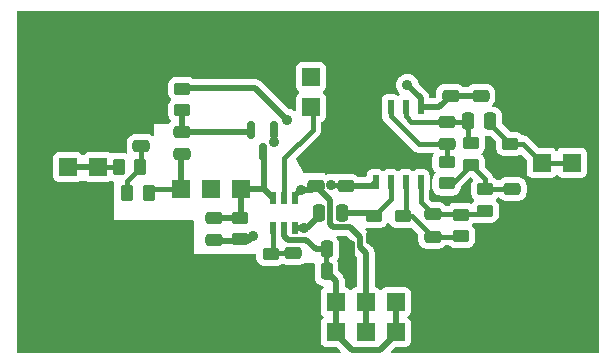
<source format=gbr>
%TF.GenerationSoftware,KiCad,Pcbnew,6.0.11+dfsg-1~bpo11+1*%
%TF.CreationDate,2023-05-28T00:39:37+00:00*%
%TF.ProjectId,PCRD01,50435244-3031-42e6-9b69-6361645f7063,01A*%
%TF.SameCoordinates,Original*%
%TF.FileFunction,Copper,L2,Bot*%
%TF.FilePolarity,Positive*%
%FSLAX46Y46*%
G04 Gerber Fmt 4.6, Leading zero omitted, Abs format (unit mm)*
G04 Created by KiCad (PCBNEW 6.0.11+dfsg-1~bpo11+1) date 2023-05-28 00:39:37*
%MOMM*%
%LPD*%
G01*
G04 APERTURE LIST*
G04 Aperture macros list*
%AMRoundRect*
0 Rectangle with rounded corners*
0 $1 Rounding radius*
0 $2 $3 $4 $5 $6 $7 $8 $9 X,Y pos of 4 corners*
0 Add a 4 corners polygon primitive as box body*
4,1,4,$2,$3,$4,$5,$6,$7,$8,$9,$2,$3,0*
0 Add four circle primitives for the rounded corners*
1,1,$1+$1,$2,$3*
1,1,$1+$1,$4,$5*
1,1,$1+$1,$6,$7*
1,1,$1+$1,$8,$9*
0 Add four rect primitives between the rounded corners*
20,1,$1+$1,$2,$3,$4,$5,0*
20,1,$1+$1,$4,$5,$6,$7,0*
20,1,$1+$1,$6,$7,$8,$9,0*
20,1,$1+$1,$8,$9,$2,$3,0*%
G04 Aperture macros list end*
%TA.AperFunction,ComponentPad*%
%ADD10R,1.524000X1.524000*%
%TD*%
%TA.AperFunction,ComponentPad*%
%ADD11C,6.000000*%
%TD*%
%TA.AperFunction,SMDPad,CuDef*%
%ADD12RoundRect,0.250000X-0.475000X0.250000X-0.475000X-0.250000X0.475000X-0.250000X0.475000X0.250000X0*%
%TD*%
%TA.AperFunction,SMDPad,CuDef*%
%ADD13RoundRect,0.250000X0.475000X-0.250000X0.475000X0.250000X-0.475000X0.250000X-0.475000X-0.250000X0*%
%TD*%
%TA.AperFunction,SMDPad,CuDef*%
%ADD14RoundRect,0.250000X-0.250000X-0.475000X0.250000X-0.475000X0.250000X0.475000X-0.250000X0.475000X0*%
%TD*%
%TA.AperFunction,SMDPad,CuDef*%
%ADD15RoundRect,0.250000X0.450000X-0.262500X0.450000X0.262500X-0.450000X0.262500X-0.450000X-0.262500X0*%
%TD*%
%TA.AperFunction,SMDPad,CuDef*%
%ADD16RoundRect,0.250000X0.262500X0.450000X-0.262500X0.450000X-0.262500X-0.450000X0.262500X-0.450000X0*%
%TD*%
%TA.AperFunction,SMDPad,CuDef*%
%ADD17RoundRect,0.250000X-0.450000X0.262500X-0.450000X-0.262500X0.450000X-0.262500X0.450000X0.262500X0*%
%TD*%
%TA.AperFunction,SMDPad,CuDef*%
%ADD18RoundRect,0.250000X0.250000X0.475000X-0.250000X0.475000X-0.250000X-0.475000X0.250000X-0.475000X0*%
%TD*%
%TA.AperFunction,SMDPad,CuDef*%
%ADD19R,0.508000X1.143000*%
%TD*%
%TA.AperFunction,SMDPad,CuDef*%
%ADD20R,0.500000X1.000760*%
%TD*%
%TA.AperFunction,SMDPad,CuDef*%
%ADD21R,0.501040X1.000760*%
%TD*%
%TA.AperFunction,SMDPad,CuDef*%
%ADD22RoundRect,0.150000X-0.150000X0.587500X-0.150000X-0.587500X0.150000X-0.587500X0.150000X0.587500X0*%
%TD*%
%TA.AperFunction,ViaPad*%
%ADD23C,0.889000*%
%TD*%
%TA.AperFunction,Conductor*%
%ADD24C,0.500000*%
%TD*%
%TA.AperFunction,Conductor*%
%ADD25C,0.400000*%
%TD*%
G04 APERTURE END LIST*
D10*
%TO.P,J1,1*%
%TO.N,GND*%
X2540000Y8890000D03*
%TO.P,J1,2*%
X0Y8890000D03*
%TO.P,J1,3*%
%TO.N,/+Ubias*%
X2540000Y11430000D03*
%TO.P,J1,4*%
X0Y11430000D03*
%TO.P,J1,5*%
%TO.N,GND*%
X2540000Y13970000D03*
%TO.P,J1,6*%
X0Y13970000D03*
%TD*%
%TO.P,J2,1*%
%TO.N,GND*%
X30276800Y0D03*
%TO.P,J2,2*%
X30276800Y-2540000D03*
%TO.P,J2,3*%
%TO.N,V-*%
X27736800Y0D03*
%TO.P,J2,4*%
X27736800Y-2540000D03*
%TO.P,J2,5*%
%TO.N,V+*%
X25196800Y0D03*
%TO.P,J2,6*%
X25196800Y-2540000D03*
%TO.P,J2,7*%
%TO.N,V-*%
X22656800Y0D03*
%TO.P,J2,8*%
X22656800Y-2540000D03*
%TO.P,J2,9*%
%TO.N,GND*%
X20116800Y0D03*
%TO.P,J2,10*%
X20116800Y-2540000D03*
%TD*%
%TO.P,J5,1*%
%TO.N,GND*%
X42646600Y9245600D03*
%TO.P,J5,2*%
X40106600Y9245600D03*
%TO.P,J5,3*%
%TO.N,Net-(C14-Pad2)*%
X42646600Y11785600D03*
%TO.P,J5,4*%
X40106600Y11785600D03*
%TO.P,J5,5*%
%TO.N,GND*%
X42646600Y14325600D03*
%TO.P,J5,6*%
X40106600Y14325600D03*
%TD*%
D11*
%TO.P,P4,1,P1*%
%TO.N,GND*%
X0Y0D03*
%TD*%
%TO.P,P3,1,P1*%
%TO.N,GND*%
X0Y20320000D03*
%TD*%
%TO.P,P1,1,P1*%
%TO.N,GND*%
X40640000Y0D03*
%TD*%
%TO.P,P2,1,P1*%
%TO.N,GND*%
X40640000Y20320000D03*
%TD*%
D10*
%TO.P,J4,1,P1*%
%TO.N,/#SHDN*%
X20574000Y16510000D03*
%TO.P,J4,2,PM*%
%TO.N,V+*%
X20574000Y19050000D03*
%TD*%
D12*
%TO.P,C1,1*%
%TO.N,Net-(C1-Pad1)*%
X9652000Y14412000D03*
%TO.P,C1,2*%
%TO.N,/K*%
X9652000Y12512000D03*
%TD*%
%TO.P,C2,1*%
%TO.N,Net-(C2-Pad1)*%
X19050000Y4125000D03*
%TO.P,C2,2*%
%TO.N,GND*%
X19050000Y2225000D03*
%TD*%
D13*
%TO.P,C3,1*%
%TO.N,V+*%
X20955000Y9845000D03*
%TO.P,C3,2*%
%TO.N,GND*%
X20955000Y11745000D03*
%TD*%
%TO.P,C5,1*%
%TO.N,V+*%
X34925000Y17465000D03*
%TO.P,C5,2*%
%TO.N,GND*%
X34925000Y19365000D03*
%TD*%
%TO.P,C6,1*%
%TO.N,V+*%
X32385000Y17465000D03*
%TO.P,C6,2*%
%TO.N,GND*%
X32385000Y19365000D03*
%TD*%
D14*
%TO.P,C10,1*%
%TO.N,V-*%
X21884600Y2590800D03*
%TO.P,C10,2*%
%TO.N,GND*%
X23784600Y2590800D03*
%TD*%
D13*
%TO.P,C12,1*%
%TO.N,GND*%
X37592000Y7686000D03*
%TO.P,C12,2*%
%TO.N,Net-(C12-Pad2)*%
X37592000Y9586000D03*
%TD*%
D14*
%TO.P,C14,1*%
%TO.N,Net-(C13-Pad2)*%
X33848000Y15290800D03*
%TO.P,C14,2*%
%TO.N,Net-(C14-Pad2)*%
X35748000Y15290800D03*
%TD*%
D15*
%TO.P,R1,1*%
%TO.N,Net-(C1-Pad1)*%
X9652000Y16232500D03*
%TO.P,R1,2*%
%TO.N,V-*%
X9652000Y18057500D03*
%TD*%
D16*
%TO.P,R2,1*%
%TO.N,Net-(C15-Pad1)*%
X6106800Y11430000D03*
%TO.P,R2,2*%
%TO.N,/+Ubias*%
X4281800Y11430000D03*
%TD*%
D15*
%TO.P,R5,1*%
%TO.N,GND*%
X25908000Y5437500D03*
%TO.P,R5,2*%
%TO.N,Net-(C8-Pad1)*%
X25908000Y7262500D03*
%TD*%
%TO.P,R6,1*%
%TO.N,Net-(C11-Pad1)*%
X33274000Y5564500D03*
%TO.P,R6,2*%
%TO.N,Net-(C11-Pad2)*%
X33274000Y7389500D03*
%TD*%
%TO.P,R7,1*%
%TO.N,GND*%
X28321000Y5437500D03*
%TO.P,R7,2*%
%TO.N,Net-(C11-Pad1)*%
X28321000Y7262500D03*
%TD*%
%TO.P,R8,1*%
%TO.N,Net-(C11-Pad2)*%
X35306000Y7723500D03*
%TO.P,R8,2*%
%TO.N,Net-(C12-Pad2)*%
X35306000Y9548500D03*
%TD*%
%TO.P,R9,1*%
%TO.N,Net-(C12-Pad2)*%
X32054800Y10034900D03*
%TO.P,R9,2*%
%TO.N,Net-(C13-Pad1)*%
X32054800Y11859900D03*
%TD*%
D17*
%TO.P,R11,1*%
%TO.N,Net-(C14-Pad2)*%
X37439600Y13358500D03*
%TO.P,R11,2*%
%TO.N,GND*%
X37439600Y11533500D03*
%TD*%
D13*
%TO.P,C11,1*%
%TO.N,Net-(C11-Pad1)*%
X30861000Y5527000D03*
%TO.P,C11,2*%
%TO.N,Net-(C11-Pad2)*%
X30861000Y7427000D03*
%TD*%
%TO.P,C4,1*%
%TO.N,Net-(C4-Pad1)*%
X12369569Y5213931D03*
%TO.P,C4,2*%
%TO.N,/A*%
X12369569Y7113931D03*
%TD*%
D10*
%TO.P,J3,1*%
%TO.N,/K*%
X9525000Y9525000D03*
%TO.P,J3,2*%
%TO.N,GND*%
X12065000Y9525000D03*
%TO.P,J3,3*%
%TO.N,/A*%
X14605000Y9525000D03*
%TD*%
D13*
%TO.P,C9,1*%
%TO.N,V-*%
X23495000Y9845000D03*
%TO.P,C9,2*%
%TO.N,GND*%
X23495000Y11745000D03*
%TD*%
D18*
%TO.P,C8,1*%
%TO.N,Net-(C8-Pad1)*%
X23175000Y7493000D03*
%TO.P,C8,2*%
%TO.N,Net-(C4-Pad1)*%
X21275000Y7493000D03*
%TD*%
D13*
%TO.P,C13,1*%
%TO.N,Net-(C13-Pad1)*%
X32054800Y13350200D03*
%TO.P,C13,2*%
%TO.N,Net-(C13-Pad2)*%
X32054800Y15250200D03*
%TD*%
D15*
%TO.P,R10,1*%
%TO.N,Net-(C12-Pad2)*%
X34086800Y11635100D03*
%TO.P,R10,2*%
%TO.N,Net-(C13-Pad2)*%
X34086800Y13460100D03*
%TD*%
D14*
%TO.P,C7,1*%
%TO.N,V-*%
X21910000Y4445000D03*
%TO.P,C7,2*%
%TO.N,GND*%
X23810000Y4445000D03*
%TD*%
D19*
%TO.P,U2,1*%
%TO.N,Net-(C11-Pad2)*%
X29845000Y10160000D03*
%TO.P,U2,2,-*%
%TO.N,Net-(C11-Pad1)*%
X28575000Y10160000D03*
%TO.P,U2,3,+*%
%TO.N,Net-(C8-Pad1)*%
X27305000Y10160000D03*
%TO.P,U2,4,V-*%
%TO.N,V-*%
X26035000Y10160000D03*
%TO.P,U2,5,+*%
%TO.N,GND*%
X26035000Y16510000D03*
%TO.P,U2,6,-*%
%TO.N,Net-(C13-Pad1)*%
X27305000Y16510000D03*
%TO.P,U2,7*%
%TO.N,Net-(C13-Pad2)*%
X28575000Y16510000D03*
%TO.P,U2,8,V+*%
%TO.N,V+*%
X29845000Y16510000D03*
%TD*%
D20*
%TO.P,U1,1*%
%TO.N,Net-(C4-Pad1)*%
X19240500Y6223000D03*
%TO.P,U1,2,V-*%
%TO.N,V-*%
X18288000Y6223000D03*
%TO.P,U1,3,+*%
%TO.N,Net-(C2-Pad1)*%
X17335500Y6223000D03*
D21*
%TO.P,U1,4,-*%
%TO.N,/A*%
X17335500Y8763000D03*
D20*
%TO.P,U1,5,#SHDN*%
%TO.N,/#SHDN*%
X18288000Y8763000D03*
%TO.P,U1,6,V+*%
%TO.N,V+*%
X19240500Y8763000D03*
%TD*%
D15*
%TO.P,R3,1*%
%TO.N,GND*%
X17145000Y2262500D03*
%TO.P,R3,2*%
%TO.N,Net-(C2-Pad1)*%
X17145000Y4087500D03*
%TD*%
D22*
%TO.P,Q1,1,S*%
%TO.N,Net-(C1-Pad1)*%
X15532000Y14536500D03*
%TO.P,Q1,2,D*%
%TO.N,V+*%
X17432000Y14536500D03*
%TO.P,Q1,3,G*%
%TO.N,/A*%
X16482000Y12661500D03*
%TD*%
D15*
%TO.P,R4,1*%
%TO.N,Net-(C4-Pad1)*%
X14592569Y5306431D03*
%TO.P,R4,2*%
%TO.N,/A*%
X14592569Y7131431D03*
%TD*%
D16*
%TO.P,R12,1*%
%TO.N,/K*%
X6817500Y9212500D03*
%TO.P,R12,2*%
%TO.N,Net-(C15-Pad1)*%
X4992500Y9212500D03*
%TD*%
D13*
%TO.P,C15,1*%
%TO.N,Net-(C15-Pad1)*%
X6197600Y13185100D03*
%TO.P,C15,2*%
%TO.N,GND*%
X6197600Y15085100D03*
%TD*%
D23*
%TO.N,GND*%
X24739600Y16510000D03*
X17043400Y22402800D03*
X32766000Y21818600D03*
X27762200Y22301200D03*
X24765000Y13970000D03*
X21996400Y13208000D03*
X23266400Y3454400D03*
X-2184400Y15900400D03*
X-2184400Y4826000D03*
X28600400Y12242800D03*
X33375600Y3733800D03*
X1282000Y4999000D03*
X37033200Y5105400D03*
X27495500Y3238500D03*
X23037800Y22199600D03*
X12217400Y22834600D03*
X4292600Y18516600D03*
%TO.N,V+*%
X19690447Y9519689D03*
X17449800Y13538200D03*
X28732000Y18349000D03*
%TO.N,Net-(C4-Pad1)*%
X19939000Y6235700D03*
X15646931Y5584069D03*
%TO.N,V-*%
X21920200Y4432300D03*
X22298002Y9906000D03*
X18521400Y15438400D03*
%TD*%
D24*
%TO.N,Net-(C1-Pad1)*%
X9652000Y14414500D02*
X15557500Y14414500D01*
X9652000Y14414500D02*
X9652000Y16192500D01*
D25*
%TO.N,Net-(C2-Pad1)*%
X17332000Y6219500D02*
X17335500Y6223000D01*
X19050000Y4127500D02*
X17145000Y4127500D01*
X17332000Y4314500D02*
X17332000Y6219500D01*
%TO.N,GND*%
X25908000Y5397500D02*
X26162000Y5397500D01*
D24*
%TO.N,V+*%
X25196800Y4124960D02*
X24707001Y4614759D01*
X34925000Y17462500D02*
X32385000Y17462500D01*
X17449800Y13538200D02*
X17449800Y14518700D01*
X29845000Y16510000D02*
X31432500Y16510000D01*
X25196800Y0D02*
X25196800Y4124960D01*
X22167001Y6575639D02*
X22167001Y8630499D01*
X28732000Y18349000D02*
X29845000Y17236000D01*
D25*
X19240500Y8763000D02*
X19240500Y8826500D01*
D24*
X19240500Y9069742D02*
X19690447Y9519689D01*
X29845000Y17236000D02*
X29845000Y16510000D01*
X19240500Y8763000D02*
X19240500Y9069742D01*
X22398141Y6344499D02*
X22167001Y6575639D01*
X31432500Y16510000D02*
X32385000Y17462500D01*
X20632189Y9519689D02*
X20955000Y9842500D01*
X19690447Y9519689D02*
X20632189Y9519689D01*
X24707001Y5503501D02*
X23866003Y6344499D01*
X17454500Y13538200D02*
X17449800Y13538200D01*
X17449800Y14518700D02*
X17432000Y14536500D01*
X17462500Y13530200D02*
X17454500Y13538200D01*
X24707001Y4614759D02*
X24707001Y5503501D01*
X25196800Y-2540000D02*
X25196800Y0D01*
X23866003Y6344499D02*
X22398141Y6344499D01*
X22167001Y8630499D02*
X20955000Y9842500D01*
%TO.N,Net-(C4-Pad1)*%
X21272500Y7239000D02*
X20269200Y6235700D01*
X19310383Y6235700D02*
X19939000Y6235700D01*
X15646931Y5584069D02*
X15261862Y5199000D01*
X20269200Y6235700D02*
X19939000Y6235700D01*
X15261862Y5199000D02*
X12382000Y5199000D01*
X19240500Y6223000D02*
X19253200Y6235700D01*
X19253200Y6235700D02*
X19310383Y6235700D01*
X21272500Y7493000D02*
X21272500Y7239000D01*
%TO.N,V-*%
X18521400Y15438400D02*
X15862300Y18097500D01*
X18630499Y5272619D02*
X20135381Y5272619D01*
X27736800Y-2746200D02*
X26432000Y-4051000D01*
D25*
X22298002Y9906000D02*
X23431500Y9906000D01*
X21882100Y4419600D02*
X21907500Y4445000D01*
D24*
X26432000Y-4051000D02*
X24032000Y-4051000D01*
D25*
X21882100Y2590800D02*
X21882100Y4419600D01*
D24*
X25717500Y9842500D02*
X26035000Y10160000D01*
X20135381Y5272619D02*
X20963000Y4445000D01*
X22656800Y0D02*
X22656800Y-2540000D01*
X18288000Y5615118D02*
X18630499Y5272619D01*
X27736800Y-2540000D02*
X27736800Y0D01*
X23495000Y9842500D02*
X25717500Y9842500D01*
X21907500Y4445000D02*
X20963000Y4445000D01*
X18288000Y6223000D02*
X18288000Y5615118D01*
X24032000Y-4051000D02*
X22656800Y-2675800D01*
X22656800Y0D02*
X22656800Y1816100D01*
X15862300Y18097500D02*
X9652000Y18097500D01*
D25*
X21907500Y4445000D02*
X21920200Y4432300D01*
D24*
X22656800Y1816100D02*
X21882100Y2590800D01*
D25*
%TO.N,Net-(C8-Pad1)*%
X25908000Y7302500D02*
X27305000Y8699500D01*
D24*
X23177500Y7493000D02*
X25717500Y7493000D01*
D25*
X27305000Y8699500D02*
X27305000Y10381000D01*
D24*
X25717500Y7493000D02*
X25908000Y7302500D01*
D25*
%TO.N,Net-(C11-Pad1)*%
X29083000Y7302500D02*
X30861000Y5524500D01*
X28575000Y10381000D02*
X28575000Y7556500D01*
X28575000Y7556500D02*
X28321000Y7302500D01*
X28321000Y7302500D02*
X29083000Y7302500D01*
X30861000Y5524500D02*
X33274000Y5524500D01*
%TO.N,Net-(C11-Pad2)*%
X35052000Y7429500D02*
X35306000Y7683500D01*
X33274000Y7429500D02*
X35052000Y7429500D01*
X29845000Y8445500D02*
X30861000Y7429500D01*
X29845000Y10381000D02*
X29845000Y8445500D01*
X30861000Y7429500D02*
X33274000Y7429500D01*
%TO.N,Net-(C12-Pad2)*%
X37592000Y9588500D02*
X35306000Y9588500D01*
X35306000Y9588500D02*
X35306000Y10375900D01*
X35306000Y10375900D02*
X34086800Y11595100D01*
X32486600Y9994900D02*
X34086800Y11595100D01*
X32054800Y9994900D02*
X32486600Y9994900D01*
%TO.N,Net-(C13-Pad1)*%
X32054800Y11899900D02*
X32054800Y13347700D01*
X29683300Y13347700D02*
X27305000Y15726000D01*
X27305000Y15726000D02*
X27305000Y16510000D01*
X32054800Y13347700D02*
X29683300Y13347700D01*
%TO.N,Net-(C13-Pad2)*%
X28575000Y15756000D02*
X29078300Y15252700D01*
X33845500Y13741400D02*
X34086800Y13500100D01*
X32054800Y15252700D02*
X33807400Y15252700D01*
X28575000Y16510000D02*
X28575000Y15756000D01*
X33807400Y15252700D02*
X33845500Y15290800D01*
X33845500Y15290800D02*
X33845500Y13741400D01*
X29078300Y15252700D02*
X32054800Y15252700D01*
%TO.N,Net-(C14-Pad2)*%
X40106600Y11785600D02*
X42646600Y11785600D01*
X35750500Y15290800D02*
X35750500Y15087600D01*
X37439600Y13398500D02*
X38493700Y13398500D01*
X38493700Y13398500D02*
X40106600Y11785600D01*
X35750500Y15087600D02*
X37439600Y13398500D01*
%TO.N,/#SHDN*%
X18288000Y8763000D02*
X18288000Y12171498D01*
X18288000Y12171498D02*
X20701000Y14584498D01*
X20701000Y15284500D02*
X20701000Y16510000D01*
X20701000Y14584498D02*
X20701000Y15284500D01*
%TO.N,/+Ubias*%
X4241800Y11430000D02*
X2540000Y11430000D01*
D24*
X0Y11430000D02*
X2540000Y11430000D01*
%TO.N,/K*%
X9525000Y12382500D02*
X9652000Y12509500D01*
X9525000Y9525000D02*
X9525000Y11484490D01*
D25*
X7175500Y9525000D02*
X9525000Y9525000D01*
D24*
X9525000Y11484490D02*
X9525000Y12382500D01*
%TO.N,/A*%
X16573500Y9525000D02*
X14605000Y9525000D01*
X14537569Y7116431D02*
X12369569Y7116431D01*
X14605000Y7556500D02*
X14550000Y7501500D01*
X16573500Y9525000D02*
X16573500Y12570000D01*
X14605000Y7556500D02*
X14605000Y9525000D01*
X17335500Y8763000D02*
X16573500Y9525000D01*
D25*
%TO.N,Net-(C15-Pad1)*%
X4952500Y10235700D02*
X6146800Y11430000D01*
X6197600Y11480800D02*
X6146800Y11430000D01*
X6197600Y13182600D02*
X6197600Y11480800D01*
X4952500Y9212500D02*
X4952500Y10235700D01*
%TD*%
%TA.AperFunction,Conductor*%
%TO.N,GND*%
G36*
X44916691Y24618593D02*
G01*
X44952655Y24569093D01*
X44957500Y24538500D01*
X44957500Y-4218500D01*
X44938593Y-4276691D01*
X44889093Y-4312655D01*
X44858500Y-4317500D01*
X27477189Y-4317500D01*
X27418998Y-4298593D01*
X27383034Y-4249093D01*
X27383034Y-4187907D01*
X27407185Y-4148496D01*
X27716185Y-3839496D01*
X27770702Y-3811719D01*
X27786189Y-3810500D01*
X28546934Y-3810500D01*
X28566963Y-3808324D01*
X28602942Y-3804416D01*
X28602944Y-3804415D01*
X28609116Y-3803745D01*
X28745505Y-3752615D01*
X28862061Y-3665261D01*
X28949415Y-3548705D01*
X29000545Y-3412316D01*
X29007300Y-3350134D01*
X29007300Y-1729866D01*
X29000545Y-1667684D01*
X28949415Y-1531295D01*
X28862061Y-1414739D01*
X28856417Y-1410509D01*
X28856413Y-1410505D01*
X28774641Y-1349220D01*
X28739416Y-1299192D01*
X28740324Y-1238014D01*
X28774641Y-1190780D01*
X28856413Y-1129495D01*
X28856417Y-1129491D01*
X28862061Y-1125261D01*
X28949415Y-1008705D01*
X29000545Y-872316D01*
X29007300Y-810134D01*
X29007300Y810134D01*
X29000545Y872316D01*
X28949415Y1008705D01*
X28862061Y1125261D01*
X28745505Y1212615D01*
X28721965Y1221440D01*
X28614931Y1261565D01*
X28609116Y1263745D01*
X28602944Y1264415D01*
X28602942Y1264416D01*
X28566963Y1268324D01*
X28546934Y1270500D01*
X26926666Y1270500D01*
X26906637Y1268324D01*
X26870658Y1264416D01*
X26870656Y1264415D01*
X26864484Y1263745D01*
X26858669Y1261565D01*
X26751636Y1221440D01*
X26728095Y1212615D01*
X26611539Y1125261D01*
X26607309Y1119617D01*
X26607305Y1119613D01*
X26546020Y1037841D01*
X26495992Y1002616D01*
X26434814Y1003524D01*
X26387580Y1037841D01*
X26326295Y1119613D01*
X26326291Y1119617D01*
X26322061Y1125261D01*
X26205505Y1212615D01*
X26181965Y1221440D01*
X26074931Y1261565D01*
X26069116Y1263745D01*
X26062944Y1264415D01*
X26062942Y1264416D01*
X26043608Y1266516D01*
X25987800Y1291597D01*
X25957392Y1344692D01*
X25955300Y1364937D01*
X25955300Y4059939D01*
X25956426Y4074828D01*
X25959133Y4092620D01*
X25959133Y4092624D01*
X25959998Y4098309D01*
X25955626Y4152064D01*
X25955300Y4160089D01*
X25955300Y4169253D01*
X25951955Y4197950D01*
X25951615Y4201386D01*
X25946127Y4268861D01*
X25946126Y4268865D01*
X25945660Y4274597D01*
X25943887Y4280070D01*
X25942760Y4285709D01*
X25942870Y4285731D01*
X25942080Y4289356D01*
X25941971Y4289330D01*
X25940648Y4294926D01*
X25939982Y4300641D01*
X25938019Y4306049D01*
X25914915Y4369700D01*
X25913793Y4372968D01*
X25892923Y4437389D01*
X25891151Y4442859D01*
X25888168Y4447774D01*
X25885773Y4453006D01*
X25885874Y4453052D01*
X25884272Y4456398D01*
X25884170Y4456347D01*
X25881598Y4461483D01*
X25879633Y4466897D01*
X25864760Y4489583D01*
X25839367Y4528313D01*
X25837523Y4531235D01*
X25801685Y4590295D01*
X25801682Y4590299D01*
X25799395Y4594068D01*
X25791997Y4602444D01*
X25792133Y4602564D01*
X25789654Y4605722D01*
X25789498Y4605591D01*
X25785808Y4610004D01*
X25782656Y4614812D01*
X25726189Y4668304D01*
X25724270Y4670171D01*
X25494497Y4899944D01*
X25466720Y4954461D01*
X25465501Y4969948D01*
X25465501Y5438474D01*
X25466627Y5453363D01*
X25469335Y5471161D01*
X25469335Y5471165D01*
X25470200Y5476850D01*
X25465827Y5530613D01*
X25465501Y5538639D01*
X25465501Y5547794D01*
X25465169Y5550645D01*
X25462157Y5576482D01*
X25461817Y5579918D01*
X25456327Y5647406D01*
X25455861Y5653137D01*
X25454088Y5658608D01*
X25452961Y5664250D01*
X25453070Y5664272D01*
X25452280Y5667896D01*
X25452172Y5667871D01*
X25450849Y5673468D01*
X25450183Y5679182D01*
X25441510Y5703076D01*
X25425115Y5748245D01*
X25423993Y5751512D01*
X25403124Y5815930D01*
X25401352Y5821400D01*
X25398369Y5826315D01*
X25395974Y5831547D01*
X25396075Y5831593D01*
X25394473Y5834939D01*
X25394371Y5834888D01*
X25391799Y5840023D01*
X25389834Y5845438D01*
X25349552Y5906878D01*
X25347711Y5909796D01*
X25311885Y5968836D01*
X25311884Y5968837D01*
X25309596Y5972608D01*
X25302198Y5980985D01*
X25302346Y5981116D01*
X25299865Y5984271D01*
X25299699Y5984132D01*
X25296009Y5988545D01*
X25292857Y5993353D01*
X25236390Y6046845D01*
X25234471Y6048712D01*
X25191467Y6091716D01*
X25163690Y6146233D01*
X25173261Y6206665D01*
X25216526Y6249930D01*
X25276958Y6259501D01*
X25292638Y6255686D01*
X25298006Y6253905D01*
X25298011Y6253904D01*
X25303139Y6252203D01*
X25407600Y6241500D01*
X26408400Y6241500D01*
X26514166Y6252474D01*
X26681946Y6308450D01*
X26686833Y6311474D01*
X26686837Y6311476D01*
X26791598Y6376305D01*
X26832348Y6401522D01*
X26957305Y6526697D01*
X26960321Y6531590D01*
X26960325Y6531595D01*
X27030173Y6644909D01*
X27076802Y6684523D01*
X27137812Y6689164D01*
X27189897Y6657058D01*
X27198632Y6645056D01*
X27272522Y6525652D01*
X27397697Y6400695D01*
X27402593Y6397677D01*
X27543367Y6310902D01*
X27543369Y6310901D01*
X27548262Y6307885D01*
X27553718Y6306075D01*
X27553721Y6306074D01*
X27711006Y6253905D01*
X27711011Y6253904D01*
X27716139Y6252203D01*
X27820600Y6241500D01*
X28821400Y6241500D01*
X28927166Y6252474D01*
X29021994Y6284111D01*
X29083176Y6284591D01*
X29123327Y6260203D01*
X29598504Y5785026D01*
X29626281Y5730509D01*
X29627500Y5715022D01*
X29627500Y5226600D01*
X29638474Y5120834D01*
X29694450Y4953054D01*
X29697474Y4948167D01*
X29697476Y4948163D01*
X29744348Y4872420D01*
X29787522Y4802652D01*
X29912697Y4677695D01*
X29917593Y4674677D01*
X30058367Y4587902D01*
X30058369Y4587901D01*
X30063262Y4584885D01*
X30068718Y4583075D01*
X30068721Y4583074D01*
X30226006Y4530905D01*
X30226011Y4530904D01*
X30231139Y4529203D01*
X30335600Y4518500D01*
X31386400Y4518500D01*
X31492166Y4529474D01*
X31659946Y4585450D01*
X31664833Y4588474D01*
X31664837Y4588476D01*
X31788330Y4664897D01*
X31810348Y4678522D01*
X31814405Y4682586D01*
X31814410Y4682590D01*
X31918580Y4786942D01*
X31973073Y4814768D01*
X31988645Y4816000D01*
X32196238Y4816000D01*
X32254429Y4797093D01*
X32266178Y4787067D01*
X32350697Y4702695D01*
X32355589Y4699679D01*
X32355591Y4699678D01*
X32496367Y4612902D01*
X32496369Y4612901D01*
X32501262Y4609885D01*
X32506718Y4608075D01*
X32506721Y4608074D01*
X32664006Y4555905D01*
X32664011Y4555904D01*
X32669139Y4554203D01*
X32773600Y4543500D01*
X33774400Y4543500D01*
X33880166Y4554474D01*
X34047946Y4610450D01*
X34052833Y4613474D01*
X34052837Y4613476D01*
X34135931Y4664897D01*
X34198348Y4703522D01*
X34323305Y4828697D01*
X34326323Y4833593D01*
X34413098Y4974367D01*
X34413099Y4974369D01*
X34416115Y4979262D01*
X34445482Y5067800D01*
X34470095Y5142006D01*
X34470096Y5142011D01*
X34471797Y5147139D01*
X34482500Y5251600D01*
X34482500Y5877400D01*
X34471526Y5983166D01*
X34415550Y6150946D01*
X34412526Y6155833D01*
X34412524Y6155837D01*
X34356551Y6246287D01*
X34322478Y6301348D01*
X34230884Y6392783D01*
X34216783Y6406859D01*
X34188958Y6461352D01*
X34198477Y6521792D01*
X34216661Y6546867D01*
X34319243Y6649628D01*
X34323305Y6653697D01*
X34326321Y6658590D01*
X34326325Y6658595D01*
X34335789Y6673949D01*
X34382418Y6713563D01*
X34420064Y6721000D01*
X34661642Y6721000D01*
X34692808Y6715966D01*
X34701139Y6713203D01*
X34805600Y6702500D01*
X35806400Y6702500D01*
X35912166Y6713474D01*
X36079946Y6769450D01*
X36084833Y6772474D01*
X36084837Y6772476D01*
X36160580Y6819348D01*
X36230348Y6862522D01*
X36266763Y6899000D01*
X36351243Y6983628D01*
X36355305Y6987697D01*
X36448115Y7138262D01*
X36459650Y7173039D01*
X36502095Y7301006D01*
X36502096Y7301011D01*
X36503797Y7306139D01*
X36514500Y7410600D01*
X36514500Y8036400D01*
X36503526Y8142166D01*
X36447550Y8309946D01*
X36444526Y8314833D01*
X36444524Y8314837D01*
X36391607Y8400348D01*
X36354478Y8460348D01*
X36251404Y8563243D01*
X36248783Y8565859D01*
X36220958Y8620352D01*
X36230477Y8680792D01*
X36248661Y8705867D01*
X36307183Y8764491D01*
X36355305Y8812697D01*
X36358321Y8817590D01*
X36358325Y8817595D01*
X36367789Y8832949D01*
X36414418Y8872563D01*
X36452064Y8880000D01*
X36459184Y8880000D01*
X36517375Y8861093D01*
X36529126Y8851065D01*
X36639623Y8740760D01*
X36639632Y8740753D01*
X36643697Y8736695D01*
X36648593Y8733677D01*
X36789367Y8646902D01*
X36789369Y8646901D01*
X36794262Y8643885D01*
X36799718Y8642075D01*
X36799721Y8642074D01*
X36957006Y8589905D01*
X36957011Y8589904D01*
X36962139Y8588203D01*
X37066600Y8577500D01*
X38117400Y8577500D01*
X38223166Y8588474D01*
X38390946Y8644450D01*
X38395833Y8647474D01*
X38395837Y8647476D01*
X38498733Y8711151D01*
X38541348Y8737522D01*
X38666305Y8862697D01*
X38693291Y8906476D01*
X38756098Y9008367D01*
X38756099Y9008369D01*
X38759115Y9013262D01*
X38781306Y9080166D01*
X38813095Y9176006D01*
X38813096Y9176011D01*
X38814797Y9181139D01*
X38825500Y9285600D01*
X38825500Y9886400D01*
X38814526Y9992166D01*
X38758550Y10159946D01*
X38755526Y10164833D01*
X38755524Y10164837D01*
X38681595Y10284303D01*
X38665478Y10310348D01*
X38654824Y10320984D01*
X38547727Y10427894D01*
X38540303Y10435305D01*
X38521525Y10446880D01*
X38394633Y10525098D01*
X38394631Y10525099D01*
X38389738Y10528115D01*
X38384282Y10529925D01*
X38384279Y10529926D01*
X38226994Y10582095D01*
X38226989Y10582096D01*
X38221861Y10583797D01*
X38117400Y10594500D01*
X37066600Y10594500D01*
X36960834Y10583526D01*
X36793054Y10527550D01*
X36788167Y10524526D01*
X36788163Y10524524D01*
X36748692Y10500098D01*
X36642652Y10434478D01*
X36638595Y10430414D01*
X36638590Y10430410D01*
X36534420Y10326058D01*
X36479927Y10298232D01*
X36464355Y10297000D01*
X36383762Y10297000D01*
X36325571Y10315907D01*
X36313819Y10325936D01*
X36294455Y10345267D01*
X36229303Y10410305D01*
X36224409Y10413322D01*
X36083633Y10500098D01*
X36083631Y10500099D01*
X36078738Y10503115D01*
X36053738Y10511407D01*
X36004459Y10547673D01*
X35990222Y10576574D01*
X35989243Y10582184D01*
X35963277Y10641336D01*
X35961319Y10646132D01*
X35940597Y10700972D01*
X35938487Y10706556D01*
X35933156Y10714313D01*
X35924098Y10730587D01*
X35920315Y10739205D01*
X35880991Y10790452D01*
X35877943Y10794647D01*
X35856987Y10825139D01*
X35841357Y10847881D01*
X35794261Y10889842D01*
X35790115Y10893755D01*
X35324296Y11359574D01*
X35296519Y11414091D01*
X35295300Y11429578D01*
X35295300Y11948000D01*
X35284326Y12053766D01*
X35228350Y12221546D01*
X35225326Y12226433D01*
X35225324Y12226437D01*
X35156435Y12337759D01*
X35135278Y12371948D01*
X35105100Y12402074D01*
X35029583Y12477459D01*
X35001758Y12531952D01*
X35011277Y12592392D01*
X35029461Y12617467D01*
X35033639Y12621652D01*
X35136105Y12724297D01*
X35175191Y12787706D01*
X35225898Y12869967D01*
X35225899Y12869969D01*
X35228915Y12874862D01*
X35230726Y12880321D01*
X35282895Y13037606D01*
X35282896Y13037611D01*
X35284597Y13042739D01*
X35295300Y13147200D01*
X35295300Y13773000D01*
X35284326Y13878766D01*
X35265399Y13935497D01*
X35264918Y13996680D01*
X35300492Y14046461D01*
X35358532Y14065825D01*
X35369400Y14065312D01*
X35416894Y14060446D01*
X35447600Y14057300D01*
X35737823Y14057300D01*
X35796014Y14038393D01*
X35807827Y14028303D01*
X36202104Y13634025D01*
X36229881Y13579509D01*
X36231100Y13564022D01*
X36231100Y13045600D01*
X36242074Y12939834D01*
X36298050Y12772054D01*
X36301074Y12767167D01*
X36301076Y12767163D01*
X36328936Y12722143D01*
X36391122Y12621652D01*
X36516297Y12496695D01*
X36521193Y12493677D01*
X36661967Y12406902D01*
X36661969Y12406901D01*
X36666862Y12403885D01*
X36672318Y12402075D01*
X36672321Y12402074D01*
X36829606Y12349905D01*
X36829611Y12349904D01*
X36834739Y12348203D01*
X36939200Y12337500D01*
X37940000Y12337500D01*
X38045766Y12348474D01*
X38213546Y12404450D01*
X38218433Y12407474D01*
X38218439Y12407477D01*
X38301112Y12458638D01*
X38315049Y12467262D01*
X38374480Y12481806D01*
X38431110Y12458638D01*
X38437148Y12453082D01*
X38807104Y12083126D01*
X38834881Y12028609D01*
X38836100Y12013122D01*
X38836100Y10975466D01*
X38836389Y10972807D01*
X38841083Y10929600D01*
X38842855Y10913284D01*
X38845035Y10907469D01*
X38889543Y10788745D01*
X38893985Y10776895D01*
X38981339Y10660339D01*
X39097895Y10572985D01*
X39104493Y10570511D01*
X39104494Y10570511D01*
X39182329Y10541332D01*
X39234284Y10521855D01*
X39240456Y10521185D01*
X39240458Y10521184D01*
X39276437Y10517276D01*
X39296466Y10515100D01*
X40916734Y10515100D01*
X40936763Y10517276D01*
X40972742Y10521184D01*
X40972744Y10521185D01*
X40978916Y10521855D01*
X41030871Y10541332D01*
X41108706Y10570511D01*
X41108707Y10570511D01*
X41115305Y10572985D01*
X41231861Y10660339D01*
X41236091Y10665983D01*
X41236095Y10665987D01*
X41297380Y10747759D01*
X41347408Y10782984D01*
X41408586Y10782076D01*
X41455820Y10747759D01*
X41517105Y10665987D01*
X41517109Y10665983D01*
X41521339Y10660339D01*
X41637895Y10572985D01*
X41644493Y10570511D01*
X41644494Y10570511D01*
X41722329Y10541332D01*
X41774284Y10521855D01*
X41780456Y10521185D01*
X41780458Y10521184D01*
X41816437Y10517276D01*
X41836466Y10515100D01*
X43456734Y10515100D01*
X43476763Y10517276D01*
X43512742Y10521184D01*
X43512744Y10521185D01*
X43518916Y10521855D01*
X43570871Y10541332D01*
X43648706Y10570511D01*
X43648707Y10570511D01*
X43655305Y10572985D01*
X43771861Y10660339D01*
X43859215Y10776895D01*
X43863658Y10788745D01*
X43908165Y10907469D01*
X43910345Y10913284D01*
X43912118Y10929600D01*
X43916811Y10972807D01*
X43917100Y10975466D01*
X43917100Y12595734D01*
X43914432Y12620293D01*
X43911016Y12651742D01*
X43911015Y12651744D01*
X43910345Y12657916D01*
X43865669Y12777088D01*
X43861689Y12787706D01*
X43861689Y12787707D01*
X43859215Y12794305D01*
X43771861Y12910861D01*
X43655305Y12998215D01*
X43518916Y13049345D01*
X43512744Y13050015D01*
X43512742Y13050016D01*
X43476763Y13053924D01*
X43456734Y13056100D01*
X41836466Y13056100D01*
X41816437Y13053924D01*
X41780458Y13050016D01*
X41780456Y13050015D01*
X41774284Y13049345D01*
X41637895Y12998215D01*
X41521339Y12910861D01*
X41517109Y12905217D01*
X41517105Y12905213D01*
X41455820Y12823441D01*
X41405792Y12788216D01*
X41344614Y12789124D01*
X41297380Y12823441D01*
X41236095Y12905213D01*
X41236091Y12905217D01*
X41231861Y12910861D01*
X41115305Y12998215D01*
X40978916Y13049345D01*
X40972744Y13050015D01*
X40972742Y13050016D01*
X40936763Y13053924D01*
X40916734Y13056100D01*
X39879078Y13056100D01*
X39820887Y13075007D01*
X39809074Y13085096D01*
X39014483Y13879687D01*
X39009884Y13884611D01*
X38975182Y13924390D01*
X38971261Y13928885D01*
X38966383Y13932313D01*
X38966379Y13932317D01*
X38918404Y13966034D01*
X38914242Y13969125D01*
X38868113Y14005295D01*
X38868111Y14005296D01*
X38863418Y14008976D01*
X38856736Y14011993D01*
X38854845Y14012847D01*
X38838658Y14022080D01*
X38835846Y14024057D01*
X38835843Y14024058D01*
X38830961Y14027490D01*
X38770747Y14050966D01*
X38766007Y14052959D01*
X38758830Y14056200D01*
X38745780Y14062092D01*
X38712567Y14077089D01*
X38712565Y14077090D01*
X38707127Y14079545D01*
X38701262Y14080632D01*
X38701256Y14080634D01*
X38697876Y14081260D01*
X38679962Y14086363D01*
X38671191Y14089782D01*
X38634053Y14094671D01*
X38607145Y14098214D01*
X38602026Y14099025D01*
X38557900Y14107203D01*
X38538514Y14110796D01*
X38520465Y14109755D01*
X38461284Y14125281D01*
X38444823Y14138527D01*
X38439129Y14144212D01*
X38362903Y14220305D01*
X38271287Y14276778D01*
X38217233Y14310098D01*
X38217231Y14310099D01*
X38212338Y14313115D01*
X38206882Y14314925D01*
X38206879Y14314926D01*
X38049594Y14367095D01*
X38049589Y14367096D01*
X38044461Y14368797D01*
X37940000Y14379500D01*
X37501578Y14379500D01*
X37443387Y14398407D01*
X37431574Y14408496D01*
X36785496Y15054574D01*
X36757719Y15109091D01*
X36756500Y15124578D01*
X36756500Y15816200D01*
X36745526Y15921966D01*
X36689550Y16089746D01*
X36686526Y16094633D01*
X36686524Y16094637D01*
X36638180Y16172758D01*
X36596478Y16240148D01*
X36471303Y16365105D01*
X36447804Y16379590D01*
X36325633Y16454898D01*
X36325631Y16454899D01*
X36320738Y16457915D01*
X36315282Y16459725D01*
X36315279Y16459726D01*
X36157994Y16511895D01*
X36157989Y16511896D01*
X36152861Y16513597D01*
X36048400Y16524300D01*
X36021000Y16524300D01*
X35962809Y16543207D01*
X35926845Y16592707D01*
X35926845Y16653893D01*
X35950936Y16693243D01*
X35995240Y16737624D01*
X35995243Y16737628D01*
X35999305Y16741697D01*
X36092115Y16892262D01*
X36117337Y16968303D01*
X36146095Y17055006D01*
X36146096Y17055011D01*
X36147797Y17060139D01*
X36158500Y17164600D01*
X36158500Y17765400D01*
X36147526Y17871166D01*
X36091550Y18038946D01*
X36088526Y18043833D01*
X36088524Y18043837D01*
X36041652Y18119580D01*
X35998478Y18189348D01*
X35873303Y18314305D01*
X35803147Y18357550D01*
X35727633Y18404098D01*
X35727631Y18404099D01*
X35722738Y18407115D01*
X35717282Y18408925D01*
X35717279Y18408926D01*
X35559994Y18461095D01*
X35559989Y18461096D01*
X35554861Y18462797D01*
X35450400Y18473500D01*
X34399600Y18473500D01*
X34293834Y18462526D01*
X34126054Y18406550D01*
X34121167Y18403526D01*
X34121163Y18403524D01*
X34063543Y18367867D01*
X33975652Y18313478D01*
X33971595Y18309414D01*
X33971590Y18309410D01*
X33912340Y18250057D01*
X33857848Y18222232D01*
X33842276Y18221000D01*
X33467727Y18221000D01*
X33409536Y18239907D01*
X33397784Y18249936D01*
X33338207Y18309410D01*
X33333303Y18314305D01*
X33263147Y18357550D01*
X33187633Y18404098D01*
X33187631Y18404099D01*
X33182738Y18407115D01*
X33177282Y18408925D01*
X33177279Y18408926D01*
X33019994Y18461095D01*
X33019989Y18461096D01*
X33014861Y18462797D01*
X32910400Y18473500D01*
X31859600Y18473500D01*
X31753834Y18462526D01*
X31586054Y18406550D01*
X31581167Y18403526D01*
X31581163Y18403524D01*
X31523543Y18367867D01*
X31435652Y18313478D01*
X31310695Y18188303D01*
X31217885Y18037738D01*
X31216075Y18032282D01*
X31216074Y18032279D01*
X31163905Y17874994D01*
X31163904Y17874989D01*
X31162203Y17869861D01*
X31151500Y17765400D01*
X31151500Y17367500D01*
X31132593Y17309309D01*
X31083093Y17273345D01*
X31052500Y17268500D01*
X30694662Y17268500D01*
X30636471Y17287407D01*
X30600507Y17336907D01*
X30595988Y17359474D01*
X30594326Y17379905D01*
X30593860Y17385636D01*
X30592087Y17391107D01*
X30590960Y17396749D01*
X30591069Y17396771D01*
X30590279Y17400395D01*
X30590171Y17400370D01*
X30588848Y17405967D01*
X30588182Y17411681D01*
X30566631Y17471054D01*
X30563114Y17480744D01*
X30561992Y17484011D01*
X30541123Y17548429D01*
X30539351Y17553899D01*
X30536368Y17558814D01*
X30533973Y17564046D01*
X30534074Y17564092D01*
X30532472Y17567438D01*
X30532370Y17567387D01*
X30529798Y17572522D01*
X30527833Y17577937D01*
X30487551Y17639377D01*
X30485710Y17642295D01*
X30449884Y17701335D01*
X30449883Y17701336D01*
X30447595Y17705107D01*
X30440197Y17713484D01*
X30440345Y17713615D01*
X30437864Y17716770D01*
X30437698Y17716631D01*
X30434008Y17721044D01*
X30430856Y17725852D01*
X30374389Y17779344D01*
X30372470Y17781211D01*
X29702166Y18451515D01*
X29673642Y18511859D01*
X29671846Y18530182D01*
X29671845Y18530187D01*
X29671373Y18535001D01*
X29617355Y18713917D01*
X29529615Y18878934D01*
X29411493Y19023765D01*
X29400104Y19033187D01*
X29271216Y19139812D01*
X29271214Y19139813D01*
X29267489Y19142895D01*
X29103089Y19231786D01*
X28924554Y19287052D01*
X28919744Y19287558D01*
X28919742Y19287558D01*
X28743501Y19306082D01*
X28743499Y19306082D01*
X28738685Y19306588D01*
X28678781Y19301136D01*
X28557382Y19290088D01*
X28557379Y19290087D01*
X28552562Y19289649D01*
X28547920Y19288283D01*
X28547916Y19288282D01*
X28377920Y19238249D01*
X28377917Y19238248D01*
X28373273Y19236881D01*
X28207647Y19150295D01*
X28203871Y19147259D01*
X28203868Y19147257D01*
X28065767Y19036220D01*
X28061995Y19033187D01*
X28058886Y19029482D01*
X28058883Y19029479D01*
X28041300Y19008524D01*
X27941862Y18890019D01*
X27939530Y18885776D01*
X27939528Y18885774D01*
X27863366Y18747234D01*
X27851826Y18726243D01*
X27850363Y18721630D01*
X27850361Y18721626D01*
X27796779Y18552716D01*
X27796778Y18552710D01*
X27795315Y18548099D01*
X27794775Y18543285D01*
X27775099Y18367867D01*
X27774482Y18362370D01*
X27774887Y18357550D01*
X27789422Y18184462D01*
X27790121Y18176133D01*
X27841636Y17996480D01*
X27843852Y17992169D01*
X27912178Y17859220D01*
X27927064Y17830254D01*
X28043152Y17683788D01*
X28046832Y17680656D01*
X28046835Y17680653D01*
X28058142Y17671030D01*
X28090201Y17618917D01*
X28085507Y17557912D01*
X28053350Y17516419D01*
X27999373Y17475965D01*
X27941469Y17456196D01*
X27880627Y17475964D01*
X27869890Y17484011D01*
X27805705Y17532115D01*
X27762188Y17548429D01*
X27675131Y17581065D01*
X27669316Y17583245D01*
X27663144Y17583915D01*
X27663142Y17583916D01*
X27627163Y17587824D01*
X27607134Y17590000D01*
X27002866Y17590000D01*
X26982837Y17587824D01*
X26946858Y17583916D01*
X26946856Y17583915D01*
X26940684Y17583245D01*
X26934869Y17581065D01*
X26847813Y17548429D01*
X26804295Y17532115D01*
X26687739Y17444761D01*
X26600385Y17328205D01*
X26597911Y17321607D01*
X26597911Y17321606D01*
X26579819Y17273345D01*
X26549255Y17191816D01*
X26548585Y17185644D01*
X26548584Y17185642D01*
X26546298Y17164600D01*
X26542500Y17129634D01*
X26542500Y15890366D01*
X26549255Y15828184D01*
X26584884Y15733145D01*
X26586235Y15729540D01*
X26592399Y15699970D01*
X26592680Y15694598D01*
X26592275Y15688648D01*
X26593300Y15682776D01*
X26593300Y15682773D01*
X26603381Y15625013D01*
X26604138Y15619886D01*
X26611898Y15555758D01*
X26614006Y15550180D01*
X26614007Y15550175D01*
X26615222Y15546960D01*
X26620139Y15528987D01*
X26621757Y15519716D01*
X26633650Y15492624D01*
X26647722Y15460567D01*
X26649680Y15455771D01*
X26672513Y15395344D01*
X26677844Y15387587D01*
X26686900Y15371317D01*
X26690685Y15362695D01*
X26694321Y15357957D01*
X26730009Y15311448D01*
X26733057Y15307253D01*
X26769643Y15254019D01*
X26785939Y15239500D01*
X26816739Y15212058D01*
X26820885Y15208145D01*
X29162524Y12866505D01*
X29167123Y12861581D01*
X29205739Y12817315D01*
X29210621Y12813884D01*
X29210623Y12813882D01*
X29258580Y12780177D01*
X29262739Y12777088D01*
X29308883Y12740907D01*
X29308891Y12740902D01*
X29313582Y12737224D01*
X29319020Y12734769D01*
X29322155Y12733353D01*
X29338342Y12724120D01*
X29341154Y12722143D01*
X29341157Y12722142D01*
X29346039Y12718710D01*
X29406253Y12695234D01*
X29410987Y12693243D01*
X29469873Y12666655D01*
X29475739Y12665568D01*
X29475742Y12665567D01*
X29479115Y12664942D01*
X29497048Y12659834D01*
X29505809Y12656418D01*
X29569872Y12647984D01*
X29574974Y12647176D01*
X29586237Y12645089D01*
X29632613Y12636493D01*
X29632617Y12636493D01*
X29638486Y12635405D01*
X29701460Y12639036D01*
X29707160Y12639200D01*
X30854985Y12639200D01*
X30913176Y12620293D01*
X30949140Y12570793D01*
X30949140Y12509607D01*
X30939260Y12488252D01*
X30915705Y12450039D01*
X30915702Y12450032D01*
X30912685Y12445138D01*
X30910875Y12439682D01*
X30910874Y12439679D01*
X30858705Y12282394D01*
X30858704Y12282389D01*
X30857003Y12277261D01*
X30846300Y12172800D01*
X30846300Y11547000D01*
X30857274Y11441234D01*
X30913250Y11273454D01*
X30916274Y11268567D01*
X30916276Y11268563D01*
X30937717Y11233916D01*
X31006322Y11123052D01*
X31010386Y11118995D01*
X31112017Y11017541D01*
X31139842Y10963048D01*
X31130323Y10902608D01*
X31112139Y10877533D01*
X31005495Y10770703D01*
X31002477Y10765807D01*
X30918725Y10629936D01*
X30912685Y10620138D01*
X30910875Y10614682D01*
X30910874Y10614679D01*
X30858705Y10457394D01*
X30858704Y10457389D01*
X30857003Y10452261D01*
X30846300Y10347800D01*
X30846300Y9722000D01*
X30857274Y9616234D01*
X30913250Y9448454D01*
X30916274Y9443567D01*
X30916276Y9443563D01*
X30962441Y9368963D01*
X31006322Y9298052D01*
X31131497Y9173095D01*
X31136393Y9170077D01*
X31277167Y9083302D01*
X31277169Y9083301D01*
X31282062Y9080285D01*
X31287518Y9078475D01*
X31287521Y9078474D01*
X31444806Y9026305D01*
X31444811Y9026304D01*
X31449939Y9024603D01*
X31554400Y9013900D01*
X32555200Y9013900D01*
X32660966Y9024874D01*
X32828746Y9080850D01*
X32833633Y9083874D01*
X32833637Y9083876D01*
X32920913Y9137885D01*
X32979148Y9173922D01*
X32986353Y9181139D01*
X33088112Y9283076D01*
X33104105Y9299097D01*
X33125750Y9334211D01*
X33193898Y9444767D01*
X33193899Y9444769D01*
X33196915Y9449662D01*
X33204447Y9472369D01*
X33250895Y9612406D01*
X33250896Y9612411D01*
X33252597Y9617539D01*
X33263300Y9722000D01*
X33263300Y9728622D01*
X33282207Y9786813D01*
X33292296Y9798626D01*
X34016796Y10523126D01*
X34071313Y10550903D01*
X34131745Y10541332D01*
X34156803Y10523127D01*
X34256214Y10423716D01*
X34283990Y10369200D01*
X34274419Y10308768D01*
X34263903Y10292357D01*
X34260752Y10288367D01*
X34256695Y10284303D01*
X34253681Y10279413D01*
X34253680Y10279412D01*
X34176676Y10154488D01*
X34163885Y10133738D01*
X34162075Y10128282D01*
X34162074Y10128279D01*
X34109905Y9970994D01*
X34109904Y9970989D01*
X34108203Y9965861D01*
X34097500Y9861400D01*
X34097500Y9235600D01*
X34108474Y9129834D01*
X34164450Y8962054D01*
X34167474Y8957167D01*
X34167476Y8957163D01*
X34198843Y8906476D01*
X34257522Y8811652D01*
X34261586Y8807595D01*
X34363217Y8706141D01*
X34391042Y8651648D01*
X34381523Y8591208D01*
X34363339Y8566133D01*
X34256695Y8459303D01*
X34199380Y8366321D01*
X34152751Y8326707D01*
X34091742Y8322066D01*
X34063156Y8333995D01*
X34051635Y8341097D01*
X34051631Y8341099D01*
X34046738Y8344115D01*
X34041282Y8345925D01*
X34041279Y8345926D01*
X33883994Y8398095D01*
X33883989Y8398096D01*
X33878861Y8399797D01*
X33774400Y8410500D01*
X32773600Y8410500D01*
X32667834Y8399526D01*
X32500054Y8343550D01*
X32495167Y8340526D01*
X32495163Y8340524D01*
X32354541Y8253504D01*
X32354538Y8253501D01*
X32349652Y8250478D01*
X32313723Y8214486D01*
X32266376Y8167057D01*
X32211884Y8139232D01*
X32196312Y8138000D01*
X31988807Y8138000D01*
X31930616Y8156907D01*
X31918865Y8166935D01*
X31813376Y8272240D01*
X31813372Y8272243D01*
X31809303Y8276305D01*
X31790084Y8288152D01*
X31663633Y8366098D01*
X31663631Y8366099D01*
X31658738Y8369115D01*
X31653282Y8370925D01*
X31653279Y8370926D01*
X31495994Y8423095D01*
X31495989Y8423096D01*
X31490861Y8424797D01*
X31386400Y8435500D01*
X30897978Y8435500D01*
X30839787Y8454407D01*
X30827974Y8464496D01*
X30582496Y8709974D01*
X30554719Y8764491D01*
X30553500Y8779978D01*
X30553500Y9334211D01*
X30559800Y9368963D01*
X30598565Y9472369D01*
X30600745Y9478184D01*
X30607500Y9540366D01*
X30607500Y10779634D01*
X30600745Y10841816D01*
X30567836Y10929600D01*
X30552089Y10971606D01*
X30552089Y10971607D01*
X30549615Y10978205D01*
X30462261Y11094761D01*
X30345705Y11182115D01*
X30209316Y11233245D01*
X30203144Y11233915D01*
X30203142Y11233916D01*
X30167163Y11237824D01*
X30147134Y11240000D01*
X29542866Y11240000D01*
X29522837Y11237824D01*
X29486858Y11233916D01*
X29486856Y11233915D01*
X29480684Y11233245D01*
X29344295Y11182115D01*
X29272007Y11127938D01*
X29269373Y11125964D01*
X29211469Y11106196D01*
X29150627Y11125964D01*
X29147993Y11127938D01*
X29075705Y11182115D01*
X28939316Y11233245D01*
X28933144Y11233915D01*
X28933142Y11233916D01*
X28897163Y11237824D01*
X28877134Y11240000D01*
X28272866Y11240000D01*
X28252837Y11237824D01*
X28216858Y11233916D01*
X28216856Y11233915D01*
X28210684Y11233245D01*
X28074295Y11182115D01*
X28002007Y11127938D01*
X27999373Y11125964D01*
X27941469Y11106196D01*
X27880627Y11125964D01*
X27877993Y11127938D01*
X27805705Y11182115D01*
X27669316Y11233245D01*
X27663144Y11233915D01*
X27663142Y11233916D01*
X27627163Y11237824D01*
X27607134Y11240000D01*
X27002866Y11240000D01*
X26982837Y11237824D01*
X26946858Y11233916D01*
X26946856Y11233915D01*
X26940684Y11233245D01*
X26804295Y11182115D01*
X26732007Y11127938D01*
X26729373Y11125964D01*
X26671469Y11106196D01*
X26610627Y11125964D01*
X26607993Y11127938D01*
X26535705Y11182115D01*
X26399316Y11233245D01*
X26393144Y11233915D01*
X26393142Y11233916D01*
X26357163Y11237824D01*
X26337134Y11240000D01*
X25732866Y11240000D01*
X25712837Y11237824D01*
X25676858Y11233916D01*
X25676856Y11233915D01*
X25670684Y11233245D01*
X25534295Y11182115D01*
X25417739Y11094761D01*
X25330385Y10978205D01*
X25327911Y10971607D01*
X25327911Y10971606D01*
X25312164Y10929600D01*
X25279255Y10841816D01*
X25272500Y10779634D01*
X25272500Y10700000D01*
X25253593Y10641809D01*
X25204093Y10605845D01*
X25173500Y10601000D01*
X24577727Y10601000D01*
X24519536Y10619907D01*
X24507784Y10629936D01*
X24496368Y10641333D01*
X24443303Y10694305D01*
X24438409Y10697322D01*
X24297633Y10784098D01*
X24297631Y10784099D01*
X24292738Y10787115D01*
X24287282Y10788925D01*
X24287279Y10788926D01*
X24129994Y10841095D01*
X24129989Y10841096D01*
X24124861Y10842797D01*
X24020400Y10853500D01*
X22969600Y10853500D01*
X22863834Y10842526D01*
X22716751Y10793455D01*
X22656147Y10792793D01*
X22490556Y10844052D01*
X22485746Y10844558D01*
X22485744Y10844558D01*
X22309503Y10863082D01*
X22309501Y10863082D01*
X22304687Y10863588D01*
X22244783Y10858136D01*
X22123384Y10847088D01*
X22123381Y10847087D01*
X22118564Y10846649D01*
X22113922Y10845283D01*
X22113918Y10845282D01*
X21944776Y10795500D01*
X21939275Y10793881D01*
X21917109Y10782293D01*
X21882292Y10764092D01*
X21821963Y10753888D01*
X21784477Y10767551D01*
X21764051Y10780142D01*
X21724437Y10826772D01*
X21717000Y10864417D01*
X21717000Y10922000D01*
X19997459Y10922000D01*
X19939268Y10940907D01*
X19910769Y10973189D01*
X19300081Y12080480D01*
X19288535Y12140566D01*
X19316767Y12198295D01*
X20112462Y12993989D01*
X21182195Y14063722D01*
X21187119Y14068321D01*
X21226888Y14103014D01*
X21231385Y14106937D01*
X21268523Y14159778D01*
X21271612Y14163937D01*
X21307793Y14210081D01*
X21307798Y14210089D01*
X21311476Y14214780D01*
X21315347Y14223353D01*
X21324580Y14239540D01*
X21326557Y14242352D01*
X21326558Y14242355D01*
X21329990Y14247237D01*
X21353466Y14307451D01*
X21355459Y14312191D01*
X21368671Y14341452D01*
X21382045Y14371071D01*
X21383758Y14380313D01*
X21388866Y14398246D01*
X21390114Y14401447D01*
X21392282Y14407007D01*
X21400716Y14471070D01*
X21401525Y14476181D01*
X21412207Y14533811D01*
X21412207Y14533815D01*
X21413295Y14539684D01*
X21409664Y14602659D01*
X21409500Y14608358D01*
X21409500Y15163839D01*
X21428407Y15222030D01*
X21473748Y15256539D01*
X21582705Y15297385D01*
X21699261Y15384739D01*
X21786615Y15501295D01*
X21837745Y15637684D01*
X21838437Y15644049D01*
X21844211Y15697207D01*
X21844500Y15699866D01*
X21844500Y17320134D01*
X21842324Y17340163D01*
X21838416Y17376142D01*
X21838415Y17376144D01*
X21837745Y17382316D01*
X21802638Y17475965D01*
X21789089Y17512106D01*
X21789089Y17512107D01*
X21786615Y17518705D01*
X21699261Y17635261D01*
X21693617Y17639491D01*
X21693613Y17639495D01*
X21611841Y17700780D01*
X21576616Y17750808D01*
X21577524Y17811986D01*
X21611841Y17859220D01*
X21693613Y17920505D01*
X21693617Y17920509D01*
X21699261Y17924739D01*
X21786615Y18041295D01*
X21837745Y18177684D01*
X21838482Y18184462D01*
X21844211Y18237207D01*
X21844500Y18239866D01*
X21844500Y19860134D01*
X21837745Y19922316D01*
X21786615Y20058705D01*
X21699261Y20175261D01*
X21582705Y20262615D01*
X21446316Y20313745D01*
X21440144Y20314415D01*
X21440142Y20314416D01*
X21404163Y20318324D01*
X21384134Y20320500D01*
X19763866Y20320500D01*
X19743837Y20318324D01*
X19707858Y20314416D01*
X19707856Y20314415D01*
X19701684Y20313745D01*
X19565295Y20262615D01*
X19448739Y20175261D01*
X19361385Y20058705D01*
X19310255Y19922316D01*
X19303500Y19860134D01*
X19303500Y18239866D01*
X19303789Y18237207D01*
X19309519Y18184462D01*
X19310255Y18177684D01*
X19361385Y18041295D01*
X19448739Y17924739D01*
X19454383Y17920509D01*
X19454387Y17920505D01*
X19536159Y17859220D01*
X19571384Y17809192D01*
X19570476Y17748014D01*
X19536159Y17700780D01*
X19454387Y17639495D01*
X19454383Y17639491D01*
X19448739Y17635261D01*
X19361385Y17518705D01*
X19358911Y17512107D01*
X19358911Y17512106D01*
X19345362Y17475965D01*
X19310255Y17382316D01*
X19309585Y17376144D01*
X19309584Y17376142D01*
X19305676Y17340163D01*
X19303500Y17320134D01*
X19303500Y16238667D01*
X19284593Y16180476D01*
X19235093Y16144512D01*
X19173907Y16144512D01*
X19141395Y16162386D01*
X19060616Y16229212D01*
X19060614Y16229213D01*
X19056889Y16232295D01*
X18892489Y16321186D01*
X18819099Y16343904D01*
X18718575Y16375022D01*
X18718571Y16375023D01*
X18713954Y16376452D01*
X18709145Y16376957D01*
X18709142Y16376958D01*
X18698218Y16378106D01*
X18684093Y16379590D01*
X18624437Y16408044D01*
X16444619Y18587862D01*
X16434888Y18599187D01*
X16424222Y18613681D01*
X16424215Y18613689D01*
X16420808Y18618318D01*
X16416426Y18622040D01*
X16416424Y18622043D01*
X16379708Y18653235D01*
X16373802Y18658679D01*
X16367321Y18665160D01*
X16344664Y18683085D01*
X16342028Y18685246D01*
X16286015Y18732833D01*
X16280896Y18735447D01*
X16276106Y18738642D01*
X16276167Y18738734D01*
X16273047Y18740737D01*
X16272989Y18740643D01*
X16268092Y18743668D01*
X16263584Y18747234D01*
X16258378Y18749667D01*
X16258375Y18749669D01*
X16197026Y18778341D01*
X16193921Y18779859D01*
X16177181Y18788407D01*
X16128492Y18813269D01*
X16122902Y18814637D01*
X16117513Y18816641D01*
X16117552Y18816745D01*
X16114052Y18817977D01*
X16114017Y18817871D01*
X16108562Y18819686D01*
X16103350Y18822122D01*
X16097722Y18823293D01*
X16097712Y18823296D01*
X16031427Y18837083D01*
X16028058Y18837845D01*
X15960973Y18854260D01*
X15956690Y18855308D01*
X15945536Y18856000D01*
X15945550Y18856231D01*
X15941565Y18856698D01*
X15941544Y18856458D01*
X15935811Y18856970D01*
X15930185Y18858140D01*
X15924443Y18857985D01*
X15924439Y18857985D01*
X15852410Y18856036D01*
X15849733Y18856000D01*
X10679675Y18856000D01*
X10621484Y18874907D01*
X10609733Y18884935D01*
X10579373Y18915242D01*
X10575303Y18919305D01*
X10430564Y19008524D01*
X10429633Y19009098D01*
X10429631Y19009099D01*
X10424738Y19012115D01*
X10419282Y19013925D01*
X10419279Y19013926D01*
X10261994Y19066095D01*
X10261989Y19066096D01*
X10256861Y19067797D01*
X10152400Y19078500D01*
X9151600Y19078500D01*
X9045834Y19067526D01*
X8878054Y19011550D01*
X8873167Y19008526D01*
X8873163Y19008524D01*
X8797420Y18961652D01*
X8727652Y18918478D01*
X8602695Y18793303D01*
X8599677Y18788407D01*
X8517964Y18655844D01*
X8509885Y18642738D01*
X8508075Y18637282D01*
X8508074Y18637279D01*
X8455905Y18479994D01*
X8455904Y18479989D01*
X8454203Y18474861D01*
X8443500Y18370400D01*
X8443500Y17744600D01*
X8454474Y17638834D01*
X8510450Y17471054D01*
X8513474Y17466167D01*
X8513476Y17466163D01*
X8560348Y17390420D01*
X8603522Y17320652D01*
X8607586Y17316595D01*
X8709217Y17215141D01*
X8737042Y17160648D01*
X8727523Y17100208D01*
X8709339Y17075133D01*
X8602695Y16968303D01*
X8509885Y16817738D01*
X8508075Y16812282D01*
X8508074Y16812279D01*
X8455905Y16654994D01*
X8455904Y16654989D01*
X8454203Y16649861D01*
X8443500Y16545400D01*
X8443500Y15919600D01*
X8454474Y15813834D01*
X8510450Y15646054D01*
X8513474Y15641167D01*
X8513476Y15641163D01*
X8560348Y15565420D01*
X8603522Y15495652D01*
X8607586Y15491595D01*
X8607590Y15491590D01*
X8700695Y15398647D01*
X8728520Y15344155D01*
X8719001Y15283715D01*
X8700817Y15258641D01*
X8581762Y15139378D01*
X8581759Y15139374D01*
X8577695Y15135303D01*
X8574674Y15130402D01*
X8570884Y15124255D01*
X8524252Y15084642D01*
X8486999Y15077208D01*
X7653514Y15073943D01*
X7249160Y15072360D01*
X7249227Y15064166D01*
X7256741Y14144212D01*
X7238309Y14085868D01*
X7189105Y14049501D01*
X7127921Y14049002D01*
X7105795Y14059128D01*
X7000235Y14124197D01*
X7000231Y14124199D01*
X6995338Y14127215D01*
X6989882Y14129025D01*
X6989879Y14129026D01*
X6832594Y14181195D01*
X6832589Y14181196D01*
X6827461Y14182897D01*
X6723000Y14193600D01*
X5672200Y14193600D01*
X5566434Y14182626D01*
X5398654Y14126650D01*
X5393767Y14123626D01*
X5393763Y14123624D01*
X5318565Y14077089D01*
X5248252Y14033578D01*
X5123295Y13908403D01*
X5030485Y13757838D01*
X5028675Y13752382D01*
X5028674Y13752379D01*
X4976505Y13595094D01*
X4976504Y13595089D01*
X4974803Y13589961D01*
X4964100Y13485500D01*
X4964100Y12884700D01*
X4975074Y12778934D01*
X4995889Y12716544D01*
X5004143Y12691804D01*
X5004624Y12630621D01*
X4969050Y12580840D01*
X4911010Y12561476D01*
X4869725Y12570459D01*
X4867038Y12572115D01*
X4795829Y12595734D01*
X4704294Y12626095D01*
X4704289Y12626096D01*
X4699161Y12627797D01*
X4594700Y12638500D01*
X3968900Y12638500D01*
X3863134Y12627526D01*
X3729299Y12582875D01*
X3708692Y12576000D01*
X3647509Y12575519D01*
X3617988Y12590691D01*
X3554348Y12638387D01*
X3554342Y12638390D01*
X3548705Y12642615D01*
X3536542Y12647175D01*
X3418131Y12691565D01*
X3412316Y12693745D01*
X3406144Y12694415D01*
X3406142Y12694416D01*
X3370163Y12698324D01*
X3350134Y12700500D01*
X1729866Y12700500D01*
X1709837Y12698324D01*
X1673858Y12694416D01*
X1673856Y12694415D01*
X1667684Y12693745D01*
X1661869Y12691565D01*
X1543459Y12647175D01*
X1531295Y12642615D01*
X1414739Y12555261D01*
X1410509Y12549617D01*
X1410505Y12549613D01*
X1349220Y12467841D01*
X1299192Y12432616D01*
X1238014Y12433524D01*
X1190780Y12467841D01*
X1129495Y12549613D01*
X1129491Y12549617D01*
X1125261Y12555261D01*
X1008705Y12642615D01*
X996542Y12647175D01*
X878131Y12691565D01*
X872316Y12693745D01*
X866144Y12694415D01*
X866142Y12694416D01*
X830163Y12698324D01*
X810134Y12700500D01*
X-810134Y12700500D01*
X-830163Y12698324D01*
X-866142Y12694416D01*
X-866144Y12694415D01*
X-872316Y12693745D01*
X-878131Y12691565D01*
X-996541Y12647175D01*
X-1008705Y12642615D01*
X-1125261Y12555261D01*
X-1212615Y12438705D01*
X-1215089Y12432107D01*
X-1215089Y12432106D01*
X-1226139Y12402629D01*
X-1263745Y12302316D01*
X-1264415Y12296144D01*
X-1264416Y12296142D01*
X-1266467Y12277261D01*
X-1270500Y12240134D01*
X-1270500Y10619866D01*
X-1268977Y10605845D01*
X-1265138Y10570511D01*
X-1263745Y10557684D01*
X-1261565Y10551869D01*
X-1222206Y10446880D01*
X-1212615Y10421295D01*
X-1125261Y10304739D01*
X-1008705Y10217385D01*
X-1002107Y10214911D01*
X-1002106Y10214911D01*
X-1002098Y10214908D01*
X-872316Y10166255D01*
X-866144Y10165585D01*
X-866142Y10165584D01*
X-830163Y10161676D01*
X-810134Y10159500D01*
X810134Y10159500D01*
X830163Y10161676D01*
X866142Y10165584D01*
X866144Y10165585D01*
X872316Y10166255D01*
X1008705Y10217385D01*
X1034591Y10236786D01*
X1094230Y10256564D01*
X1445204Y10255611D01*
X1447585Y10255605D01*
X1506688Y10235826D01*
X1525653Y10221613D01*
X1525655Y10221612D01*
X1531295Y10217385D01*
X1537893Y10214911D01*
X1537894Y10214911D01*
X1537902Y10214908D01*
X1667684Y10166255D01*
X1673856Y10165585D01*
X1673858Y10165584D01*
X1709837Y10161676D01*
X1729866Y10159500D01*
X3350134Y10159500D01*
X3370163Y10161676D01*
X3406142Y10165584D01*
X3406144Y10165585D01*
X3412316Y10166255D01*
X3548705Y10217385D01*
X3554349Y10221615D01*
X3554351Y10221616D01*
X3565428Y10229918D01*
X3625068Y10249697D01*
X3697076Y10249502D01*
X3783268Y10249268D01*
X3841408Y10230203D01*
X3877237Y10180605D01*
X3882000Y10150268D01*
X3882000Y6899000D01*
X10603000Y6899000D01*
X10661191Y6880093D01*
X10697155Y6830593D01*
X10702000Y6800000D01*
X10702000Y4098000D01*
X15837500Y4098000D01*
X15895691Y4079093D01*
X15931655Y4029593D01*
X15936500Y3999000D01*
X15936500Y3774600D01*
X15947474Y3668834D01*
X16003450Y3501054D01*
X16006474Y3496167D01*
X16006476Y3496163D01*
X16037990Y3445238D01*
X16096522Y3350652D01*
X16221697Y3225695D01*
X16226593Y3222677D01*
X16367367Y3135902D01*
X16367369Y3135901D01*
X16372262Y3132885D01*
X16377718Y3131075D01*
X16377721Y3131074D01*
X16535006Y3078905D01*
X16535011Y3078904D01*
X16540139Y3077203D01*
X16644600Y3066500D01*
X17645400Y3066500D01*
X17751166Y3077474D01*
X17918946Y3133450D01*
X17923833Y3136474D01*
X17923837Y3136476D01*
X18069348Y3226522D01*
X18070174Y3225186D01*
X18120772Y3244000D01*
X18176861Y3229363D01*
X18247367Y3185902D01*
X18247369Y3185901D01*
X18252262Y3182885D01*
X18257718Y3181075D01*
X18257721Y3181074D01*
X18415006Y3128905D01*
X18415011Y3128904D01*
X18420139Y3127203D01*
X18524600Y3116500D01*
X19575400Y3116500D01*
X19681166Y3127474D01*
X19848946Y3183450D01*
X19853833Y3186474D01*
X19853837Y3186476D01*
X19994454Y3273493D01*
X19994457Y3273495D01*
X19999348Y3276522D01*
X20003405Y3280587D01*
X20064896Y3302000D01*
X20785476Y3302000D01*
X20843667Y3283093D01*
X20879631Y3233593D01*
X20883960Y3192911D01*
X20876100Y3116200D01*
X20876100Y2065400D01*
X20887074Y1959634D01*
X20943050Y1791854D01*
X20946074Y1786967D01*
X20946076Y1786963D01*
X20963652Y1758561D01*
X21036122Y1641452D01*
X21161297Y1516495D01*
X21166193Y1513477D01*
X21306967Y1426702D01*
X21306969Y1426701D01*
X21311862Y1423685D01*
X21317318Y1421875D01*
X21317321Y1421874D01*
X21474606Y1369705D01*
X21474611Y1369704D01*
X21479739Y1368003D01*
X21540711Y1361756D01*
X21558296Y1359954D01*
X21614256Y1335214D01*
X21644987Y1282306D01*
X21638751Y1221440D01*
X21607577Y1182249D01*
X21537186Y1129494D01*
X21537183Y1129491D01*
X21531539Y1125261D01*
X21444185Y1008705D01*
X21393055Y872316D01*
X21386300Y810134D01*
X21386300Y-810134D01*
X21393055Y-872316D01*
X21444185Y-1008705D01*
X21531539Y-1125261D01*
X21537183Y-1129491D01*
X21537187Y-1129495D01*
X21618959Y-1190780D01*
X21654184Y-1240808D01*
X21653276Y-1301986D01*
X21618959Y-1349220D01*
X21537187Y-1410505D01*
X21537183Y-1410509D01*
X21531539Y-1414739D01*
X21444185Y-1531295D01*
X21393055Y-1667684D01*
X21386300Y-1729866D01*
X21386300Y-3350134D01*
X21393055Y-3412316D01*
X21444185Y-3548705D01*
X21531539Y-3665261D01*
X21648095Y-3752615D01*
X21784484Y-3803745D01*
X21790656Y-3804415D01*
X21790658Y-3804416D01*
X21826637Y-3808324D01*
X21846666Y-3810500D01*
X22677811Y-3810500D01*
X22736002Y-3829407D01*
X22747815Y-3839496D01*
X23056815Y-4148496D01*
X23084592Y-4203013D01*
X23075021Y-4263445D01*
X23031756Y-4306710D01*
X22986811Y-4317500D01*
X-4218500Y-4317500D01*
X-4276691Y-4298593D01*
X-4312655Y-4249093D01*
X-4317500Y-4218500D01*
X-4317500Y24538500D01*
X-4298593Y24596691D01*
X-4249093Y24632655D01*
X-4218500Y24637500D01*
X44858500Y24637500D01*
X44916691Y24618593D01*
G37*
%TD.AperFunction*%
%TA.AperFunction,Conductor*%
G36*
X23569005Y5567092D02*
G01*
X23580818Y5557003D01*
X23919505Y5218316D01*
X23947282Y5163799D01*
X23948501Y5148312D01*
X23948501Y4679786D01*
X23947375Y4664897D01*
X23943802Y4641410D01*
X23947463Y4596405D01*
X23948175Y4587647D01*
X23948501Y4579621D01*
X23948501Y4570466D01*
X23948833Y4567621D01*
X23948833Y4567615D01*
X23951845Y4541779D01*
X23952185Y4538343D01*
X23952929Y4529203D01*
X23958141Y4465122D01*
X23959915Y4459647D01*
X23961041Y4454010D01*
X23960931Y4453988D01*
X23961721Y4450363D01*
X23961830Y4450389D01*
X23963153Y4444793D01*
X23963819Y4439078D01*
X23965782Y4433670D01*
X23988886Y4370019D01*
X23990008Y4366751D01*
X24007128Y4313905D01*
X24012650Y4296860D01*
X24015633Y4291945D01*
X24018028Y4286713D01*
X24017927Y4286667D01*
X24019529Y4283321D01*
X24019631Y4283372D01*
X24022203Y4278237D01*
X24024168Y4272822D01*
X24027326Y4268006D01*
X24064447Y4211387D01*
X24066288Y4208468D01*
X24104406Y4145652D01*
X24107326Y4142346D01*
X24111804Y4137275D01*
X24111656Y4137144D01*
X24114137Y4133989D01*
X24114303Y4134128D01*
X24117993Y4129715D01*
X24121145Y4124907D01*
X24155228Y4092620D01*
X24177612Y4071415D01*
X24179531Y4069548D01*
X24409304Y3839775D01*
X24437081Y3785258D01*
X24438300Y3769771D01*
X24438300Y1364937D01*
X24419393Y1306746D01*
X24369893Y1270782D01*
X24349992Y1266516D01*
X24330658Y1264416D01*
X24330656Y1264415D01*
X24324484Y1263745D01*
X24318669Y1261565D01*
X24211636Y1221440D01*
X24188095Y1212615D01*
X24071539Y1125261D01*
X24067309Y1119617D01*
X24067305Y1119613D01*
X24006020Y1037841D01*
X23955992Y1002616D01*
X23894814Y1003524D01*
X23847580Y1037841D01*
X23786295Y1119613D01*
X23786291Y1119617D01*
X23782061Y1125261D01*
X23665505Y1212615D01*
X23641965Y1221440D01*
X23534931Y1261565D01*
X23529116Y1263745D01*
X23522944Y1264415D01*
X23522942Y1264416D01*
X23503608Y1266516D01*
X23447800Y1291597D01*
X23417392Y1344692D01*
X23415300Y1364937D01*
X23415300Y1751073D01*
X23416426Y1765963D01*
X23419134Y1783761D01*
X23419134Y1783764D01*
X23419999Y1789449D01*
X23415626Y1843212D01*
X23415300Y1851238D01*
X23415300Y1860393D01*
X23411956Y1889080D01*
X23411616Y1892516D01*
X23409847Y1914261D01*
X23405660Y1965737D01*
X23403886Y1971212D01*
X23402760Y1976849D01*
X23402870Y1976871D01*
X23402080Y1980496D01*
X23401971Y1980470D01*
X23400648Y1986066D01*
X23399982Y1991781D01*
X23374915Y2060840D01*
X23373793Y2064108D01*
X23352923Y2128529D01*
X23351151Y2133999D01*
X23348168Y2138914D01*
X23345773Y2144146D01*
X23345874Y2144192D01*
X23344272Y2147538D01*
X23344170Y2147487D01*
X23341598Y2152623D01*
X23339633Y2158037D01*
X23299367Y2219453D01*
X23297523Y2222375D01*
X23261685Y2281435D01*
X23261682Y2281439D01*
X23259395Y2285208D01*
X23251997Y2293584D01*
X23252133Y2293704D01*
X23249654Y2296862D01*
X23249498Y2296731D01*
X23245808Y2301144D01*
X23242656Y2305952D01*
X23186189Y2359444D01*
X23184270Y2361311D01*
X22922096Y2623485D01*
X22894319Y2678002D01*
X22893100Y2693489D01*
X22893100Y3116200D01*
X22882126Y3221966D01*
X22826150Y3389746D01*
X22818755Y3401697D01*
X22791810Y3445238D01*
X22777267Y3504670D01*
X22791719Y3549282D01*
X22849098Y3642367D01*
X22849099Y3642369D01*
X22852115Y3647262D01*
X22859270Y3668834D01*
X22906095Y3810006D01*
X22906096Y3810011D01*
X22907797Y3815139D01*
X22918500Y3919600D01*
X22918500Y4970400D01*
X22907526Y5076166D01*
X22851550Y5243946D01*
X22848526Y5248833D01*
X22848524Y5248837D01*
X22801652Y5324580D01*
X22758478Y5394348D01*
X22754414Y5398405D01*
X22754410Y5398410D01*
X22735853Y5416935D01*
X22708028Y5471428D01*
X22717548Y5531868D01*
X22760775Y5575170D01*
X22805796Y5585999D01*
X23510814Y5585999D01*
X23569005Y5567092D01*
G37*
%TD.AperFunction*%
%TD*%
M02*

</source>
